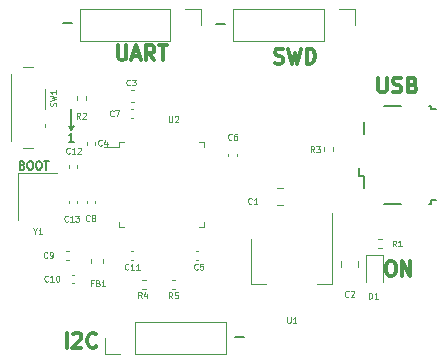
<source format=gbr>
%TF.GenerationSoftware,KiCad,Pcbnew,(5.1.10)-1*%
%TF.CreationDate,2025-06-17T20:32:58+05:30*%
%TF.ProjectId,STM32_Clone,53544d33-325f-4436-9c6f-6e652e6b6963,rev?*%
%TF.SameCoordinates,Original*%
%TF.FileFunction,Legend,Top*%
%TF.FilePolarity,Positive*%
%FSLAX46Y46*%
G04 Gerber Fmt 4.6, Leading zero omitted, Abs format (unit mm)*
G04 Created by KiCad (PCBNEW (5.1.10)-1) date 2025-06-17 20:32:58*
%MOMM*%
%LPD*%
G01*
G04 APERTURE LIST*
%ADD10C,0.200000*%
%ADD11C,0.150000*%
%ADD12C,0.300000*%
%ADD13C,0.120000*%
%ADD14C,0.100000*%
G04 APERTURE END LIST*
D10*
X87644047Y-76371428D02*
X88405952Y-76371428D01*
X100569047Y-76421428D02*
X101330952Y-76421428D01*
X102169047Y-102946428D02*
X102930952Y-102946428D01*
D11*
X88564285Y-86389285D02*
X88135714Y-86389285D01*
X88350000Y-86389285D02*
X88350000Y-85639285D01*
X88278571Y-85746428D01*
X88207142Y-85817857D01*
X88135714Y-85853571D01*
D10*
X88350000Y-85400000D02*
X88125000Y-85050000D01*
X88350000Y-85400000D02*
X88575000Y-85025000D01*
X88350000Y-83625000D02*
X88350000Y-85400000D01*
D12*
X87954761Y-103840476D02*
X87954761Y-102590476D01*
X88490476Y-102709523D02*
X88550000Y-102650000D01*
X88669047Y-102590476D01*
X88966666Y-102590476D01*
X89085714Y-102650000D01*
X89145238Y-102709523D01*
X89204761Y-102828571D01*
X89204761Y-102947619D01*
X89145238Y-103126190D01*
X88430952Y-103840476D01*
X89204761Y-103840476D01*
X90454761Y-103721428D02*
X90395238Y-103780952D01*
X90216666Y-103840476D01*
X90097619Y-103840476D01*
X89919047Y-103780952D01*
X89800000Y-103661904D01*
X89740476Y-103542857D01*
X89680952Y-103304761D01*
X89680952Y-103126190D01*
X89740476Y-102888095D01*
X89800000Y-102769047D01*
X89919047Y-102650000D01*
X90097619Y-102590476D01*
X90216666Y-102590476D01*
X90395238Y-102650000D01*
X90454761Y-102709523D01*
X115276190Y-96515476D02*
X115514285Y-96515476D01*
X115633333Y-96575000D01*
X115752380Y-96694047D01*
X115811904Y-96932142D01*
X115811904Y-97348809D01*
X115752380Y-97586904D01*
X115633333Y-97705952D01*
X115514285Y-97765476D01*
X115276190Y-97765476D01*
X115157142Y-97705952D01*
X115038095Y-97586904D01*
X114978571Y-97348809D01*
X114978571Y-96932142D01*
X115038095Y-96694047D01*
X115157142Y-96575000D01*
X115276190Y-96515476D01*
X116347619Y-97765476D02*
X116347619Y-96515476D01*
X117061904Y-97765476D01*
X117061904Y-96515476D01*
X114322619Y-80965476D02*
X114322619Y-81977380D01*
X114382142Y-82096428D01*
X114441666Y-82155952D01*
X114560714Y-82215476D01*
X114798809Y-82215476D01*
X114917857Y-82155952D01*
X114977380Y-82096428D01*
X115036904Y-81977380D01*
X115036904Y-80965476D01*
X115572619Y-82155952D02*
X115751190Y-82215476D01*
X116048809Y-82215476D01*
X116167857Y-82155952D01*
X116227380Y-82096428D01*
X116286904Y-81977380D01*
X116286904Y-81858333D01*
X116227380Y-81739285D01*
X116167857Y-81679761D01*
X116048809Y-81620238D01*
X115810714Y-81560714D01*
X115691666Y-81501190D01*
X115632142Y-81441666D01*
X115572619Y-81322619D01*
X115572619Y-81203571D01*
X115632142Y-81084523D01*
X115691666Y-81025000D01*
X115810714Y-80965476D01*
X116108333Y-80965476D01*
X116286904Y-81025000D01*
X117239285Y-81560714D02*
X117417857Y-81620238D01*
X117477380Y-81679761D01*
X117536904Y-81798809D01*
X117536904Y-81977380D01*
X117477380Y-82096428D01*
X117417857Y-82155952D01*
X117298809Y-82215476D01*
X116822619Y-82215476D01*
X116822619Y-80965476D01*
X117239285Y-80965476D01*
X117358333Y-81025000D01*
X117417857Y-81084523D01*
X117477380Y-81203571D01*
X117477380Y-81322619D01*
X117417857Y-81441666D01*
X117358333Y-81501190D01*
X117239285Y-81560714D01*
X116822619Y-81560714D01*
D11*
X84200000Y-88375000D02*
X84300000Y-88408333D01*
X84333333Y-88441666D01*
X84366666Y-88508333D01*
X84366666Y-88608333D01*
X84333333Y-88675000D01*
X84300000Y-88708333D01*
X84233333Y-88741666D01*
X83966666Y-88741666D01*
X83966666Y-88041666D01*
X84200000Y-88041666D01*
X84266666Y-88075000D01*
X84300000Y-88108333D01*
X84333333Y-88175000D01*
X84333333Y-88241666D01*
X84300000Y-88308333D01*
X84266666Y-88341666D01*
X84200000Y-88375000D01*
X83966666Y-88375000D01*
X84800000Y-88041666D02*
X84933333Y-88041666D01*
X85000000Y-88075000D01*
X85066666Y-88141666D01*
X85100000Y-88275000D01*
X85100000Y-88508333D01*
X85066666Y-88641666D01*
X85000000Y-88708333D01*
X84933333Y-88741666D01*
X84800000Y-88741666D01*
X84733333Y-88708333D01*
X84666666Y-88641666D01*
X84633333Y-88508333D01*
X84633333Y-88275000D01*
X84666666Y-88141666D01*
X84733333Y-88075000D01*
X84800000Y-88041666D01*
X85533333Y-88041666D02*
X85666666Y-88041666D01*
X85733333Y-88075000D01*
X85800000Y-88141666D01*
X85833333Y-88275000D01*
X85833333Y-88508333D01*
X85800000Y-88641666D01*
X85733333Y-88708333D01*
X85666666Y-88741666D01*
X85533333Y-88741666D01*
X85466666Y-88708333D01*
X85400000Y-88641666D01*
X85366666Y-88508333D01*
X85366666Y-88275000D01*
X85400000Y-88141666D01*
X85466666Y-88075000D01*
X85533333Y-88041666D01*
X86033333Y-88041666D02*
X86433333Y-88041666D01*
X86233333Y-88741666D02*
X86233333Y-88041666D01*
D12*
X92280952Y-78215476D02*
X92280952Y-79227380D01*
X92340476Y-79346428D01*
X92400000Y-79405952D01*
X92519047Y-79465476D01*
X92757142Y-79465476D01*
X92876190Y-79405952D01*
X92935714Y-79346428D01*
X92995238Y-79227380D01*
X92995238Y-78215476D01*
X93530952Y-79108333D02*
X94126190Y-79108333D01*
X93411904Y-79465476D02*
X93828571Y-78215476D01*
X94245238Y-79465476D01*
X95376190Y-79465476D02*
X94959523Y-78870238D01*
X94661904Y-79465476D02*
X94661904Y-78215476D01*
X95138095Y-78215476D01*
X95257142Y-78275000D01*
X95316666Y-78334523D01*
X95376190Y-78453571D01*
X95376190Y-78632142D01*
X95316666Y-78751190D01*
X95257142Y-78810714D01*
X95138095Y-78870238D01*
X94661904Y-78870238D01*
X95733333Y-78215476D02*
X96447619Y-78215476D01*
X96090476Y-79465476D02*
X96090476Y-78215476D01*
X105578571Y-79705952D02*
X105757142Y-79765476D01*
X106054761Y-79765476D01*
X106173809Y-79705952D01*
X106233333Y-79646428D01*
X106292857Y-79527380D01*
X106292857Y-79408333D01*
X106233333Y-79289285D01*
X106173809Y-79229761D01*
X106054761Y-79170238D01*
X105816666Y-79110714D01*
X105697619Y-79051190D01*
X105638095Y-78991666D01*
X105578571Y-78872619D01*
X105578571Y-78753571D01*
X105638095Y-78634523D01*
X105697619Y-78575000D01*
X105816666Y-78515476D01*
X106114285Y-78515476D01*
X106292857Y-78575000D01*
X106709523Y-78515476D02*
X107007142Y-79765476D01*
X107245238Y-78872619D01*
X107483333Y-79765476D01*
X107780952Y-78515476D01*
X108257142Y-79765476D02*
X108257142Y-78515476D01*
X108554761Y-78515476D01*
X108733333Y-78575000D01*
X108852380Y-78694047D01*
X108911904Y-78813095D01*
X108971428Y-79051190D01*
X108971428Y-79229761D01*
X108911904Y-79467857D01*
X108852380Y-79586904D01*
X108733333Y-79705952D01*
X108554761Y-79765476D01*
X108257142Y-79765476D01*
D11*
%TO.C,J1*%
X113100000Y-85700000D02*
X113100000Y-84700000D01*
X113100000Y-89300000D02*
X113100000Y-90300000D01*
X112675000Y-89300000D02*
X113100000Y-89300000D01*
X112675000Y-88575000D02*
X112675000Y-89300000D01*
X116250000Y-83350000D02*
X114850000Y-83350000D01*
X118800000Y-83350000D02*
X118650000Y-83350000D01*
X118800000Y-83650000D02*
X118800000Y-83350000D01*
X119250000Y-83650000D02*
X118800000Y-83650000D01*
X118800000Y-91350000D02*
X119250000Y-91350000D01*
X118800000Y-91650000D02*
X118800000Y-91350000D01*
X118650000Y-91650000D02*
X118800000Y-91650000D01*
X114850000Y-91650000D02*
X116250000Y-91650000D01*
D13*
%TO.C,SW1*%
X86120000Y-84900000D02*
X86120000Y-85100000D01*
X83270000Y-80650000D02*
X83270000Y-86350000D01*
X86120000Y-81900000D02*
X86120000Y-83600000D01*
X85070000Y-80050000D02*
X84280000Y-80050000D01*
X84280000Y-86950000D02*
X85070000Y-86950000D01*
%TO.C,Y1*%
X87150000Y-89000000D02*
X83850000Y-89000000D01*
X83850000Y-89000000D02*
X83850000Y-93000000D01*
%TO.C,U2*%
X99160000Y-93610000D02*
X99610000Y-93610000D01*
X99610000Y-93610000D02*
X99610000Y-93160000D01*
X92840000Y-93610000D02*
X92390000Y-93610000D01*
X92390000Y-93610000D02*
X92390000Y-93160000D01*
X99160000Y-86390000D02*
X99610000Y-86390000D01*
X99610000Y-86390000D02*
X99610000Y-86840000D01*
X92840000Y-86390000D02*
X92390000Y-86390000D01*
X92390000Y-86390000D02*
X92390000Y-86840000D01*
X92390000Y-86840000D02*
X91100000Y-86840000D01*
%TO.C,U1*%
X103590000Y-98410000D02*
X104850000Y-98410000D01*
X110410000Y-98410000D02*
X109150000Y-98410000D01*
X103590000Y-94650000D02*
X103590000Y-98410000D01*
X110410000Y-92400000D02*
X110410000Y-98410000D01*
%TO.C,R5*%
X96846359Y-98120000D02*
X97153641Y-98120000D01*
X96846359Y-98880000D02*
X97153641Y-98880000D01*
%TO.C,R4*%
X94653641Y-98880000D02*
X94346359Y-98880000D01*
X94653641Y-98120000D02*
X94346359Y-98120000D01*
%TO.C,R3*%
X110480000Y-86871359D02*
X110480000Y-87178641D01*
X109720000Y-86871359D02*
X109720000Y-87178641D01*
%TO.C,R2*%
X89580000Y-82546359D02*
X89580000Y-82853641D01*
X88820000Y-82546359D02*
X88820000Y-82853641D01*
%TO.C,R1*%
X114336359Y-94620000D02*
X114643641Y-94620000D01*
X114336359Y-95380000D02*
X114643641Y-95380000D01*
%TO.C,J4*%
X101450000Y-104330000D02*
X101450000Y-101670000D01*
X93770000Y-104330000D02*
X101450000Y-104330000D01*
X93770000Y-101670000D02*
X101450000Y-101670000D01*
X93770000Y-104330000D02*
X93770000Y-101670000D01*
X92500000Y-104330000D02*
X91170000Y-104330000D01*
X91170000Y-104330000D02*
X91170000Y-103000000D01*
%TO.C,J3*%
X102050000Y-75170000D02*
X102050000Y-77830000D01*
X109730000Y-75170000D02*
X102050000Y-75170000D01*
X109730000Y-77830000D02*
X102050000Y-77830000D01*
X109730000Y-75170000D02*
X109730000Y-77830000D01*
X111000000Y-75170000D02*
X112330000Y-75170000D01*
X112330000Y-75170000D02*
X112330000Y-76500000D01*
%TO.C,J2*%
X89050000Y-75170000D02*
X89050000Y-77830000D01*
X96730000Y-75170000D02*
X89050000Y-75170000D01*
X96730000Y-77830000D02*
X89050000Y-77830000D01*
X96730000Y-75170000D02*
X96730000Y-77830000D01*
X98000000Y-75170000D02*
X99330000Y-75170000D01*
X99330000Y-75170000D02*
X99330000Y-76500000D01*
%TO.C,FB1*%
X89990000Y-96662779D02*
X89990000Y-96337221D01*
X91010000Y-96662779D02*
X91010000Y-96337221D01*
%TO.C,D1*%
X114735000Y-98300000D02*
X114735000Y-96015000D01*
X114735000Y-96015000D02*
X113265000Y-96015000D01*
X113265000Y-96015000D02*
X113265000Y-98300000D01*
%TO.C,C13*%
X88860000Y-91392164D02*
X88860000Y-91607836D01*
X88140000Y-91392164D02*
X88140000Y-91607836D01*
%TO.C,C12*%
X88140000Y-88607836D02*
X88140000Y-88392164D01*
X88860000Y-88607836D02*
X88860000Y-88392164D01*
%TO.C,C11*%
X93392164Y-95640000D02*
X93607836Y-95640000D01*
X93392164Y-96360000D02*
X93607836Y-96360000D01*
%TO.C,C10*%
X88607836Y-98360000D02*
X88392164Y-98360000D01*
X88607836Y-97640000D02*
X88392164Y-97640000D01*
%TO.C,C9*%
X88107836Y-96360000D02*
X87892164Y-96360000D01*
X88107836Y-95640000D02*
X87892164Y-95640000D01*
%TO.C,C8*%
X90360000Y-91607836D02*
X90360000Y-91392164D01*
X89640000Y-91607836D02*
X89640000Y-91392164D01*
%TO.C,C7*%
X93392164Y-83640000D02*
X93607836Y-83640000D01*
X93392164Y-84360000D02*
X93607836Y-84360000D01*
%TO.C,C6*%
X102360000Y-87392164D02*
X102360000Y-87607836D01*
X101640000Y-87392164D02*
X101640000Y-87607836D01*
%TO.C,C5*%
X99107836Y-96360000D02*
X98892164Y-96360000D01*
X99107836Y-95640000D02*
X98892164Y-95640000D01*
%TO.C,C4*%
X89640000Y-86627836D02*
X89640000Y-86412164D01*
X90360000Y-86627836D02*
X90360000Y-86412164D01*
%TO.C,C3*%
X93359420Y-81990000D02*
X93640580Y-81990000D01*
X93359420Y-83010000D02*
X93640580Y-83010000D01*
%TO.C,C2*%
X111165000Y-97011252D02*
X111165000Y-96488748D01*
X112635000Y-97011252D02*
X112635000Y-96488748D01*
%TO.C,C1*%
X105738748Y-90265000D02*
X106261252Y-90265000D01*
X105738748Y-91735000D02*
X106261252Y-91735000D01*
%TO.C,SW1*%
D14*
X87027380Y-83366666D02*
X87051190Y-83295238D01*
X87051190Y-83176190D01*
X87027380Y-83128571D01*
X87003571Y-83104761D01*
X86955952Y-83080952D01*
X86908333Y-83080952D01*
X86860714Y-83104761D01*
X86836904Y-83128571D01*
X86813095Y-83176190D01*
X86789285Y-83271428D01*
X86765476Y-83319047D01*
X86741666Y-83342857D01*
X86694047Y-83366666D01*
X86646428Y-83366666D01*
X86598809Y-83342857D01*
X86575000Y-83319047D01*
X86551190Y-83271428D01*
X86551190Y-83152380D01*
X86575000Y-83080952D01*
X86551190Y-82914285D02*
X87051190Y-82795238D01*
X86694047Y-82700000D01*
X87051190Y-82604761D01*
X86551190Y-82485714D01*
X87051190Y-82033333D02*
X87051190Y-82319047D01*
X87051190Y-82176190D02*
X86551190Y-82176190D01*
X86622619Y-82223809D01*
X86670238Y-82271428D01*
X86694047Y-82319047D01*
%TO.C,Y1*%
X85261904Y-93988095D02*
X85261904Y-94226190D01*
X85095238Y-93726190D02*
X85261904Y-93988095D01*
X85428571Y-93726190D01*
X85857142Y-94226190D02*
X85571428Y-94226190D01*
X85714285Y-94226190D02*
X85714285Y-93726190D01*
X85666666Y-93797619D01*
X85619047Y-93845238D01*
X85571428Y-93869047D01*
%TO.C,U2*%
X96619047Y-84226190D02*
X96619047Y-84630952D01*
X96642857Y-84678571D01*
X96666666Y-84702380D01*
X96714285Y-84726190D01*
X96809523Y-84726190D01*
X96857142Y-84702380D01*
X96880952Y-84678571D01*
X96904761Y-84630952D01*
X96904761Y-84226190D01*
X97119047Y-84273809D02*
X97142857Y-84250000D01*
X97190476Y-84226190D01*
X97309523Y-84226190D01*
X97357142Y-84250000D01*
X97380952Y-84273809D01*
X97404761Y-84321428D01*
X97404761Y-84369047D01*
X97380952Y-84440476D01*
X97095238Y-84726190D01*
X97404761Y-84726190D01*
%TO.C,U1*%
X106619047Y-101226190D02*
X106619047Y-101630952D01*
X106642857Y-101678571D01*
X106666666Y-101702380D01*
X106714285Y-101726190D01*
X106809523Y-101726190D01*
X106857142Y-101702380D01*
X106880952Y-101678571D01*
X106904761Y-101630952D01*
X106904761Y-101226190D01*
X107404761Y-101726190D02*
X107119047Y-101726190D01*
X107261904Y-101726190D02*
X107261904Y-101226190D01*
X107214285Y-101297619D01*
X107166666Y-101345238D01*
X107119047Y-101369047D01*
%TO.C,R5*%
X96891666Y-99651190D02*
X96725000Y-99413095D01*
X96605952Y-99651190D02*
X96605952Y-99151190D01*
X96796428Y-99151190D01*
X96844047Y-99175000D01*
X96867857Y-99198809D01*
X96891666Y-99246428D01*
X96891666Y-99317857D01*
X96867857Y-99365476D01*
X96844047Y-99389285D01*
X96796428Y-99413095D01*
X96605952Y-99413095D01*
X97344047Y-99151190D02*
X97105952Y-99151190D01*
X97082142Y-99389285D01*
X97105952Y-99365476D01*
X97153571Y-99341666D01*
X97272619Y-99341666D01*
X97320238Y-99365476D01*
X97344047Y-99389285D01*
X97367857Y-99436904D01*
X97367857Y-99555952D01*
X97344047Y-99603571D01*
X97320238Y-99627380D01*
X97272619Y-99651190D01*
X97153571Y-99651190D01*
X97105952Y-99627380D01*
X97082142Y-99603571D01*
%TO.C,R4*%
X94291666Y-99626190D02*
X94125000Y-99388095D01*
X94005952Y-99626190D02*
X94005952Y-99126190D01*
X94196428Y-99126190D01*
X94244047Y-99150000D01*
X94267857Y-99173809D01*
X94291666Y-99221428D01*
X94291666Y-99292857D01*
X94267857Y-99340476D01*
X94244047Y-99364285D01*
X94196428Y-99388095D01*
X94005952Y-99388095D01*
X94720238Y-99292857D02*
X94720238Y-99626190D01*
X94601190Y-99102380D02*
X94482142Y-99459523D01*
X94791666Y-99459523D01*
%TO.C,R3*%
X108916666Y-87276190D02*
X108750000Y-87038095D01*
X108630952Y-87276190D02*
X108630952Y-86776190D01*
X108821428Y-86776190D01*
X108869047Y-86800000D01*
X108892857Y-86823809D01*
X108916666Y-86871428D01*
X108916666Y-86942857D01*
X108892857Y-86990476D01*
X108869047Y-87014285D01*
X108821428Y-87038095D01*
X108630952Y-87038095D01*
X109083333Y-86776190D02*
X109392857Y-86776190D01*
X109226190Y-86966666D01*
X109297619Y-86966666D01*
X109345238Y-86990476D01*
X109369047Y-87014285D01*
X109392857Y-87061904D01*
X109392857Y-87180952D01*
X109369047Y-87228571D01*
X109345238Y-87252380D01*
X109297619Y-87276190D01*
X109154761Y-87276190D01*
X109107142Y-87252380D01*
X109083333Y-87228571D01*
%TO.C,R2*%
X89116666Y-84426190D02*
X88950000Y-84188095D01*
X88830952Y-84426190D02*
X88830952Y-83926190D01*
X89021428Y-83926190D01*
X89069047Y-83950000D01*
X89092857Y-83973809D01*
X89116666Y-84021428D01*
X89116666Y-84092857D01*
X89092857Y-84140476D01*
X89069047Y-84164285D01*
X89021428Y-84188095D01*
X88830952Y-84188095D01*
X89307142Y-83973809D02*
X89330952Y-83950000D01*
X89378571Y-83926190D01*
X89497619Y-83926190D01*
X89545238Y-83950000D01*
X89569047Y-83973809D01*
X89592857Y-84021428D01*
X89592857Y-84069047D01*
X89569047Y-84140476D01*
X89283333Y-84426190D01*
X89592857Y-84426190D01*
%TO.C,R1*%
X115841666Y-95251190D02*
X115675000Y-95013095D01*
X115555952Y-95251190D02*
X115555952Y-94751190D01*
X115746428Y-94751190D01*
X115794047Y-94775000D01*
X115817857Y-94798809D01*
X115841666Y-94846428D01*
X115841666Y-94917857D01*
X115817857Y-94965476D01*
X115794047Y-94989285D01*
X115746428Y-95013095D01*
X115555952Y-95013095D01*
X116317857Y-95251190D02*
X116032142Y-95251190D01*
X116175000Y-95251190D02*
X116175000Y-94751190D01*
X116127380Y-94822619D01*
X116079761Y-94870238D01*
X116032142Y-94894047D01*
%TO.C,FB1*%
X90183333Y-98364285D02*
X90016666Y-98364285D01*
X90016666Y-98626190D02*
X90016666Y-98126190D01*
X90254761Y-98126190D01*
X90611904Y-98364285D02*
X90683333Y-98388095D01*
X90707142Y-98411904D01*
X90730952Y-98459523D01*
X90730952Y-98530952D01*
X90707142Y-98578571D01*
X90683333Y-98602380D01*
X90635714Y-98626190D01*
X90445238Y-98626190D01*
X90445238Y-98126190D01*
X90611904Y-98126190D01*
X90659523Y-98150000D01*
X90683333Y-98173809D01*
X90707142Y-98221428D01*
X90707142Y-98269047D01*
X90683333Y-98316666D01*
X90659523Y-98340476D01*
X90611904Y-98364285D01*
X90445238Y-98364285D01*
X91207142Y-98626190D02*
X90921428Y-98626190D01*
X91064285Y-98626190D02*
X91064285Y-98126190D01*
X91016666Y-98197619D01*
X90969047Y-98245238D01*
X90921428Y-98269047D01*
%TO.C,D1*%
X113555952Y-99676190D02*
X113555952Y-99176190D01*
X113675000Y-99176190D01*
X113746428Y-99200000D01*
X113794047Y-99247619D01*
X113817857Y-99295238D01*
X113841666Y-99390476D01*
X113841666Y-99461904D01*
X113817857Y-99557142D01*
X113794047Y-99604761D01*
X113746428Y-99652380D01*
X113675000Y-99676190D01*
X113555952Y-99676190D01*
X114317857Y-99676190D02*
X114032142Y-99676190D01*
X114175000Y-99676190D02*
X114175000Y-99176190D01*
X114127380Y-99247619D01*
X114079761Y-99295238D01*
X114032142Y-99319047D01*
%TO.C,C13*%
X88053571Y-93103571D02*
X88029761Y-93127380D01*
X87958333Y-93151190D01*
X87910714Y-93151190D01*
X87839285Y-93127380D01*
X87791666Y-93079761D01*
X87767857Y-93032142D01*
X87744047Y-92936904D01*
X87744047Y-92865476D01*
X87767857Y-92770238D01*
X87791666Y-92722619D01*
X87839285Y-92675000D01*
X87910714Y-92651190D01*
X87958333Y-92651190D01*
X88029761Y-92675000D01*
X88053571Y-92698809D01*
X88529761Y-93151190D02*
X88244047Y-93151190D01*
X88386904Y-93151190D02*
X88386904Y-92651190D01*
X88339285Y-92722619D01*
X88291666Y-92770238D01*
X88244047Y-92794047D01*
X88696428Y-92651190D02*
X89005952Y-92651190D01*
X88839285Y-92841666D01*
X88910714Y-92841666D01*
X88958333Y-92865476D01*
X88982142Y-92889285D01*
X89005952Y-92936904D01*
X89005952Y-93055952D01*
X88982142Y-93103571D01*
X88958333Y-93127380D01*
X88910714Y-93151190D01*
X88767857Y-93151190D01*
X88720238Y-93127380D01*
X88696428Y-93103571D01*
%TO.C,C12*%
X88203571Y-87353571D02*
X88179761Y-87377380D01*
X88108333Y-87401190D01*
X88060714Y-87401190D01*
X87989285Y-87377380D01*
X87941666Y-87329761D01*
X87917857Y-87282142D01*
X87894047Y-87186904D01*
X87894047Y-87115476D01*
X87917857Y-87020238D01*
X87941666Y-86972619D01*
X87989285Y-86925000D01*
X88060714Y-86901190D01*
X88108333Y-86901190D01*
X88179761Y-86925000D01*
X88203571Y-86948809D01*
X88679761Y-87401190D02*
X88394047Y-87401190D01*
X88536904Y-87401190D02*
X88536904Y-86901190D01*
X88489285Y-86972619D01*
X88441666Y-87020238D01*
X88394047Y-87044047D01*
X88870238Y-86948809D02*
X88894047Y-86925000D01*
X88941666Y-86901190D01*
X89060714Y-86901190D01*
X89108333Y-86925000D01*
X89132142Y-86948809D01*
X89155952Y-86996428D01*
X89155952Y-87044047D01*
X89132142Y-87115476D01*
X88846428Y-87401190D01*
X89155952Y-87401190D01*
%TO.C,C11*%
X93178571Y-97178571D02*
X93154761Y-97202380D01*
X93083333Y-97226190D01*
X93035714Y-97226190D01*
X92964285Y-97202380D01*
X92916666Y-97154761D01*
X92892857Y-97107142D01*
X92869047Y-97011904D01*
X92869047Y-96940476D01*
X92892857Y-96845238D01*
X92916666Y-96797619D01*
X92964285Y-96750000D01*
X93035714Y-96726190D01*
X93083333Y-96726190D01*
X93154761Y-96750000D01*
X93178571Y-96773809D01*
X93654761Y-97226190D02*
X93369047Y-97226190D01*
X93511904Y-97226190D02*
X93511904Y-96726190D01*
X93464285Y-96797619D01*
X93416666Y-96845238D01*
X93369047Y-96869047D01*
X94130952Y-97226190D02*
X93845238Y-97226190D01*
X93988095Y-97226190D02*
X93988095Y-96726190D01*
X93940476Y-96797619D01*
X93892857Y-96845238D01*
X93845238Y-96869047D01*
%TO.C,C10*%
X86378571Y-98178571D02*
X86354761Y-98202380D01*
X86283333Y-98226190D01*
X86235714Y-98226190D01*
X86164285Y-98202380D01*
X86116666Y-98154761D01*
X86092857Y-98107142D01*
X86069047Y-98011904D01*
X86069047Y-97940476D01*
X86092857Y-97845238D01*
X86116666Y-97797619D01*
X86164285Y-97750000D01*
X86235714Y-97726190D01*
X86283333Y-97726190D01*
X86354761Y-97750000D01*
X86378571Y-97773809D01*
X86854761Y-98226190D02*
X86569047Y-98226190D01*
X86711904Y-98226190D02*
X86711904Y-97726190D01*
X86664285Y-97797619D01*
X86616666Y-97845238D01*
X86569047Y-97869047D01*
X87164285Y-97726190D02*
X87211904Y-97726190D01*
X87259523Y-97750000D01*
X87283333Y-97773809D01*
X87307142Y-97821428D01*
X87330952Y-97916666D01*
X87330952Y-98035714D01*
X87307142Y-98130952D01*
X87283333Y-98178571D01*
X87259523Y-98202380D01*
X87211904Y-98226190D01*
X87164285Y-98226190D01*
X87116666Y-98202380D01*
X87092857Y-98178571D01*
X87069047Y-98130952D01*
X87045238Y-98035714D01*
X87045238Y-97916666D01*
X87069047Y-97821428D01*
X87092857Y-97773809D01*
X87116666Y-97750000D01*
X87164285Y-97726190D01*
%TO.C,C9*%
X86316666Y-96178571D02*
X86292857Y-96202380D01*
X86221428Y-96226190D01*
X86173809Y-96226190D01*
X86102380Y-96202380D01*
X86054761Y-96154761D01*
X86030952Y-96107142D01*
X86007142Y-96011904D01*
X86007142Y-95940476D01*
X86030952Y-95845238D01*
X86054761Y-95797619D01*
X86102380Y-95750000D01*
X86173809Y-95726190D01*
X86221428Y-95726190D01*
X86292857Y-95750000D01*
X86316666Y-95773809D01*
X86554761Y-96226190D02*
X86650000Y-96226190D01*
X86697619Y-96202380D01*
X86721428Y-96178571D01*
X86769047Y-96107142D01*
X86792857Y-96011904D01*
X86792857Y-95821428D01*
X86769047Y-95773809D01*
X86745238Y-95750000D01*
X86697619Y-95726190D01*
X86602380Y-95726190D01*
X86554761Y-95750000D01*
X86530952Y-95773809D01*
X86507142Y-95821428D01*
X86507142Y-95940476D01*
X86530952Y-95988095D01*
X86554761Y-96011904D01*
X86602380Y-96035714D01*
X86697619Y-96035714D01*
X86745238Y-96011904D01*
X86769047Y-95988095D01*
X86792857Y-95940476D01*
%TO.C,C8*%
X89891666Y-93053571D02*
X89867857Y-93077380D01*
X89796428Y-93101190D01*
X89748809Y-93101190D01*
X89677380Y-93077380D01*
X89629761Y-93029761D01*
X89605952Y-92982142D01*
X89582142Y-92886904D01*
X89582142Y-92815476D01*
X89605952Y-92720238D01*
X89629761Y-92672619D01*
X89677380Y-92625000D01*
X89748809Y-92601190D01*
X89796428Y-92601190D01*
X89867857Y-92625000D01*
X89891666Y-92648809D01*
X90177380Y-92815476D02*
X90129761Y-92791666D01*
X90105952Y-92767857D01*
X90082142Y-92720238D01*
X90082142Y-92696428D01*
X90105952Y-92648809D01*
X90129761Y-92625000D01*
X90177380Y-92601190D01*
X90272619Y-92601190D01*
X90320238Y-92625000D01*
X90344047Y-92648809D01*
X90367857Y-92696428D01*
X90367857Y-92720238D01*
X90344047Y-92767857D01*
X90320238Y-92791666D01*
X90272619Y-92815476D01*
X90177380Y-92815476D01*
X90129761Y-92839285D01*
X90105952Y-92863095D01*
X90082142Y-92910714D01*
X90082142Y-93005952D01*
X90105952Y-93053571D01*
X90129761Y-93077380D01*
X90177380Y-93101190D01*
X90272619Y-93101190D01*
X90320238Y-93077380D01*
X90344047Y-93053571D01*
X90367857Y-93005952D01*
X90367857Y-92910714D01*
X90344047Y-92863095D01*
X90320238Y-92839285D01*
X90272619Y-92815476D01*
%TO.C,C7*%
X91916666Y-84178571D02*
X91892857Y-84202380D01*
X91821428Y-84226190D01*
X91773809Y-84226190D01*
X91702380Y-84202380D01*
X91654761Y-84154761D01*
X91630952Y-84107142D01*
X91607142Y-84011904D01*
X91607142Y-83940476D01*
X91630952Y-83845238D01*
X91654761Y-83797619D01*
X91702380Y-83750000D01*
X91773809Y-83726190D01*
X91821428Y-83726190D01*
X91892857Y-83750000D01*
X91916666Y-83773809D01*
X92083333Y-83726190D02*
X92416666Y-83726190D01*
X92202380Y-84226190D01*
%TO.C,C6*%
X101916666Y-86178571D02*
X101892857Y-86202380D01*
X101821428Y-86226190D01*
X101773809Y-86226190D01*
X101702380Y-86202380D01*
X101654761Y-86154761D01*
X101630952Y-86107142D01*
X101607142Y-86011904D01*
X101607142Y-85940476D01*
X101630952Y-85845238D01*
X101654761Y-85797619D01*
X101702380Y-85750000D01*
X101773809Y-85726190D01*
X101821428Y-85726190D01*
X101892857Y-85750000D01*
X101916666Y-85773809D01*
X102345238Y-85726190D02*
X102250000Y-85726190D01*
X102202380Y-85750000D01*
X102178571Y-85773809D01*
X102130952Y-85845238D01*
X102107142Y-85940476D01*
X102107142Y-86130952D01*
X102130952Y-86178571D01*
X102154761Y-86202380D01*
X102202380Y-86226190D01*
X102297619Y-86226190D01*
X102345238Y-86202380D01*
X102369047Y-86178571D01*
X102392857Y-86130952D01*
X102392857Y-86011904D01*
X102369047Y-85964285D01*
X102345238Y-85940476D01*
X102297619Y-85916666D01*
X102202380Y-85916666D01*
X102154761Y-85940476D01*
X102130952Y-85964285D01*
X102107142Y-86011904D01*
%TO.C,C5*%
X99041666Y-97178571D02*
X99017857Y-97202380D01*
X98946428Y-97226190D01*
X98898809Y-97226190D01*
X98827380Y-97202380D01*
X98779761Y-97154761D01*
X98755952Y-97107142D01*
X98732142Y-97011904D01*
X98732142Y-96940476D01*
X98755952Y-96845238D01*
X98779761Y-96797619D01*
X98827380Y-96750000D01*
X98898809Y-96726190D01*
X98946428Y-96726190D01*
X99017857Y-96750000D01*
X99041666Y-96773809D01*
X99494047Y-96726190D02*
X99255952Y-96726190D01*
X99232142Y-96964285D01*
X99255952Y-96940476D01*
X99303571Y-96916666D01*
X99422619Y-96916666D01*
X99470238Y-96940476D01*
X99494047Y-96964285D01*
X99517857Y-97011904D01*
X99517857Y-97130952D01*
X99494047Y-97178571D01*
X99470238Y-97202380D01*
X99422619Y-97226190D01*
X99303571Y-97226190D01*
X99255952Y-97202380D01*
X99232142Y-97178571D01*
%TO.C,C4*%
X90916666Y-86678571D02*
X90892857Y-86702380D01*
X90821428Y-86726190D01*
X90773809Y-86726190D01*
X90702380Y-86702380D01*
X90654761Y-86654761D01*
X90630952Y-86607142D01*
X90607142Y-86511904D01*
X90607142Y-86440476D01*
X90630952Y-86345238D01*
X90654761Y-86297619D01*
X90702380Y-86250000D01*
X90773809Y-86226190D01*
X90821428Y-86226190D01*
X90892857Y-86250000D01*
X90916666Y-86273809D01*
X91345238Y-86392857D02*
X91345238Y-86726190D01*
X91226190Y-86202380D02*
X91107142Y-86559523D01*
X91416666Y-86559523D01*
%TO.C,C3*%
X93316666Y-81578571D02*
X93292857Y-81602380D01*
X93221428Y-81626190D01*
X93173809Y-81626190D01*
X93102380Y-81602380D01*
X93054761Y-81554761D01*
X93030952Y-81507142D01*
X93007142Y-81411904D01*
X93007142Y-81340476D01*
X93030952Y-81245238D01*
X93054761Y-81197619D01*
X93102380Y-81150000D01*
X93173809Y-81126190D01*
X93221428Y-81126190D01*
X93292857Y-81150000D01*
X93316666Y-81173809D01*
X93483333Y-81126190D02*
X93792857Y-81126190D01*
X93626190Y-81316666D01*
X93697619Y-81316666D01*
X93745238Y-81340476D01*
X93769047Y-81364285D01*
X93792857Y-81411904D01*
X93792857Y-81530952D01*
X93769047Y-81578571D01*
X93745238Y-81602380D01*
X93697619Y-81626190D01*
X93554761Y-81626190D01*
X93507142Y-81602380D01*
X93483333Y-81578571D01*
%TO.C,C2*%
X111816666Y-99468571D02*
X111792857Y-99492380D01*
X111721428Y-99516190D01*
X111673809Y-99516190D01*
X111602380Y-99492380D01*
X111554761Y-99444761D01*
X111530952Y-99397142D01*
X111507142Y-99301904D01*
X111507142Y-99230476D01*
X111530952Y-99135238D01*
X111554761Y-99087619D01*
X111602380Y-99040000D01*
X111673809Y-99016190D01*
X111721428Y-99016190D01*
X111792857Y-99040000D01*
X111816666Y-99063809D01*
X112007142Y-99063809D02*
X112030952Y-99040000D01*
X112078571Y-99016190D01*
X112197619Y-99016190D01*
X112245238Y-99040000D01*
X112269047Y-99063809D01*
X112292857Y-99111428D01*
X112292857Y-99159047D01*
X112269047Y-99230476D01*
X111983333Y-99516190D01*
X112292857Y-99516190D01*
%TO.C,C1*%
X103616666Y-91603571D02*
X103592857Y-91627380D01*
X103521428Y-91651190D01*
X103473809Y-91651190D01*
X103402380Y-91627380D01*
X103354761Y-91579761D01*
X103330952Y-91532142D01*
X103307142Y-91436904D01*
X103307142Y-91365476D01*
X103330952Y-91270238D01*
X103354761Y-91222619D01*
X103402380Y-91175000D01*
X103473809Y-91151190D01*
X103521428Y-91151190D01*
X103592857Y-91175000D01*
X103616666Y-91198809D01*
X104092857Y-91651190D02*
X103807142Y-91651190D01*
X103950000Y-91651190D02*
X103950000Y-91151190D01*
X103902380Y-91222619D01*
X103854761Y-91270238D01*
X103807142Y-91294047D01*
%TD*%
M02*

</source>
